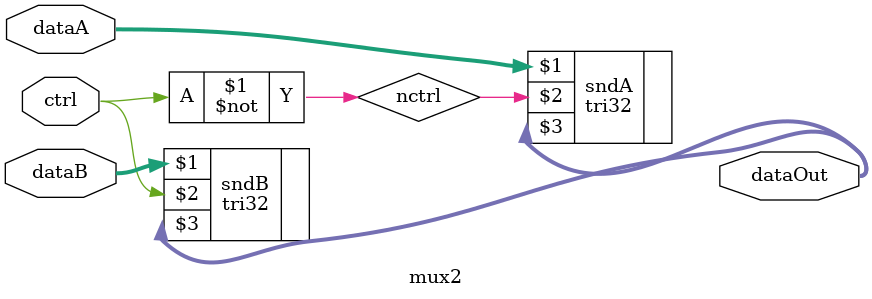
<source format=v>
module mux2(dataA, dataB, ctrl, dataOut);

	input[31:0] dataA, dataB;
	input ctrl;
	output[31:0] dataOut;
	
	wire nctrl;
	
	// Ctrl == 0, send dataA
	not	aCtrl(nctrl, ctrl);
	tri32	sndA(dataA, nctrl, dataOut);
	
	// Ctrl == 1, send dataB
	tri32	sndB(dataB, ctrl, dataOut);
	
endmodule

</source>
